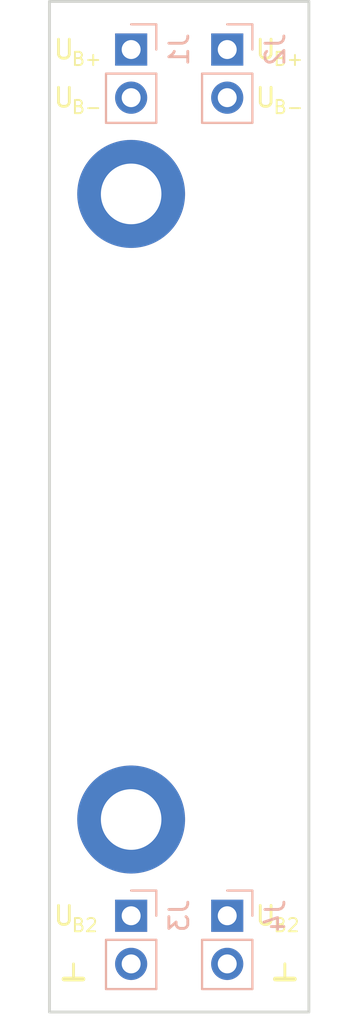
<source format=kicad_pcb>
(kicad_pcb (version 20171130) (host pcbnew "(5.1.0)-1")

  (general
    (thickness 1.6)
    (drawings 4)
    (tracks 0)
    (zones 0)
    (modules 14)
    (nets 5)
  )

  (page A4)
  (layers
    (0 F.Cu signal)
    (31 B.Cu signal)
    (32 B.Adhes user)
    (33 F.Adhes user)
    (34 B.Paste user)
    (35 F.Paste user)
    (36 B.SilkS user)
    (37 F.SilkS user)
    (38 B.Mask user)
    (39 F.Mask user)
    (40 Dwgs.User user)
    (41 Cmts.User user)
    (42 Eco1.User user)
    (43 Eco2.User user)
    (44 Edge.Cuts user)
    (45 Margin user)
    (46 B.CrtYd user)
    (47 F.CrtYd user)
    (48 B.Fab user)
    (49 F.Fab user)
  )

  (setup
    (last_trace_width 0.25)
    (trace_clearance 0.2)
    (zone_clearance 0.508)
    (zone_45_only no)
    (trace_min 0.2)
    (via_size 0.8)
    (via_drill 0.4)
    (via_min_size 0.4)
    (via_min_drill 0.3)
    (uvia_size 0.3)
    (uvia_drill 0.1)
    (uvias_allowed no)
    (uvia_min_size 0.2)
    (uvia_min_drill 0.1)
    (edge_width 0.15)
    (segment_width 0.2)
    (pcb_text_width 0.3)
    (pcb_text_size 1.5 1.5)
    (mod_edge_width 0.15)
    (mod_text_size 1 1)
    (mod_text_width 0.15)
    (pad_size 1.524 1.524)
    (pad_drill 0.762)
    (pad_to_mask_clearance 0.051)
    (solder_mask_min_width 0.25)
    (aux_axis_origin 0 0)
    (visible_elements 7FFFFFFF)
    (pcbplotparams
      (layerselection 0x010fc_ffffffff)
      (usegerberextensions false)
      (usegerberattributes false)
      (usegerberadvancedattributes false)
      (creategerberjobfile false)
      (excludeedgelayer true)
      (linewidth 0.100000)
      (plotframeref false)
      (viasonmask false)
      (mode 1)
      (useauxorigin false)
      (hpglpennumber 1)
      (hpglpenspeed 20)
      (hpglpendiameter 15.000000)
      (psnegative false)
      (psa4output false)
      (plotreference true)
      (plotvalue true)
      (plotinvisibletext false)
      (padsonsilk false)
      (subtractmaskfromsilk false)
      (outputformat 1)
      (mirror false)
      (drillshape 1)
      (scaleselection 1)
      (outputdirectory ""))
  )

  (net 0 "")
  (net 1 -15V)
  (net 2 +15V)
  (net 3 GND)
  (net 4 +5V)

  (net_class Default "Dies ist die voreingestellte Netzklasse."
    (clearance 0.2)
    (trace_width 0.25)
    (via_dia 0.8)
    (via_drill 0.4)
    (uvia_dia 0.3)
    (uvia_drill 0.1)
    (add_net +15V)
    (add_net +5V)
    (add_net -15V)
    (add_net GND)
  )

  (module Connector_PinHeader_2.54mm:PinHeader_1x02_P2.54mm_Vertical locked (layer B.Cu) (tedit 5C754175) (tstamp 5C8155FE)
    (at 78.74 91.44 180)
    (descr "Through hole straight pin header, 1x02, 2.54mm pitch, single row")
    (tags "Through hole pin header THT 1x02 2.54mm single row")
    (path /5C753BE3)
    (fp_text reference J1 (at -2.54 0 270) (layer B.SilkS)
      (effects (font (size 1 1) (thickness 0.15)) (justify mirror))
    )
    (fp_text value Conn_01x02_Male (at 0 -4.87 180) (layer B.Fab)
      (effects (font (size 1 1) (thickness 0.15)) (justify mirror))
    )
    (fp_text user %R (at 0 -1.27 90) (layer B.Fab)
      (effects (font (size 1 1) (thickness 0.15)) (justify mirror))
    )
    (fp_line (start 1.8 1.8) (end -1.8 1.8) (layer B.CrtYd) (width 0.05))
    (fp_line (start 1.8 -4.35) (end 1.8 1.8) (layer B.CrtYd) (width 0.05))
    (fp_line (start -1.8 -4.35) (end 1.8 -4.35) (layer B.CrtYd) (width 0.05))
    (fp_line (start -1.8 1.8) (end -1.8 -4.35) (layer B.CrtYd) (width 0.05))
    (fp_line (start -1.33 1.33) (end 0 1.33) (layer B.SilkS) (width 0.12))
    (fp_line (start -1.33 0) (end -1.33 1.33) (layer B.SilkS) (width 0.12))
    (fp_line (start -1.33 -1.27) (end 1.33 -1.27) (layer B.SilkS) (width 0.12))
    (fp_line (start 1.33 -1.27) (end 1.33 -3.87) (layer B.SilkS) (width 0.12))
    (fp_line (start -1.33 -1.27) (end -1.33 -3.87) (layer B.SilkS) (width 0.12))
    (fp_line (start -1.33 -3.87) (end 1.33 -3.87) (layer B.SilkS) (width 0.12))
    (fp_line (start -1.27 0.635) (end -0.635 1.27) (layer B.Fab) (width 0.1))
    (fp_line (start -1.27 -3.81) (end -1.27 0.635) (layer B.Fab) (width 0.1))
    (fp_line (start 1.27 -3.81) (end -1.27 -3.81) (layer B.Fab) (width 0.1))
    (fp_line (start 1.27 1.27) (end 1.27 -3.81) (layer B.Fab) (width 0.1))
    (fp_line (start -0.635 1.27) (end 1.27 1.27) (layer B.Fab) (width 0.1))
    (pad 2 thru_hole oval (at 0 -2.54 180) (size 1.7 1.7) (drill 1) (layers *.Cu *.Mask)
      (net 1 -15V))
    (pad 1 thru_hole rect (at 0 0 180) (size 1.7 1.7) (drill 1) (layers *.Cu *.Mask)
      (net 2 +15V))
    (model ${KISYS3DMOD}/Connector_PinHeader_2.54mm.3dshapes/PinHeader_1x02_P2.54mm_Vertical.wrl
      (at (xyz 0 0 0))
      (scale (xyz 1 1 1))
      (rotate (xyz 0 0 0))
    )
  )

  (module Connector_PinHeader_2.54mm:PinHeader_1x02_P2.54mm_Vertical locked (layer B.Cu) (tedit 59FED5CC) (tstamp 5C81530B)
    (at 83.82 91.44 180)
    (descr "Through hole straight pin header, 1x02, 2.54mm pitch, single row")
    (tags "Through hole pin header THT 1x02 2.54mm single row")
    (path /5C753A3D)
    (fp_text reference J2 (at -2.54 0 270) (layer B.SilkS)
      (effects (font (size 1 1) (thickness 0.15)) (justify mirror))
    )
    (fp_text value Conn_01x02_Male (at 0 -4.87 180) (layer B.Fab)
      (effects (font (size 1 1) (thickness 0.15)) (justify mirror))
    )
    (fp_line (start -0.635 1.27) (end 1.27 1.27) (layer B.Fab) (width 0.1))
    (fp_line (start 1.27 1.27) (end 1.27 -3.81) (layer B.Fab) (width 0.1))
    (fp_line (start 1.27 -3.81) (end -1.27 -3.81) (layer B.Fab) (width 0.1))
    (fp_line (start -1.27 -3.81) (end -1.27 0.635) (layer B.Fab) (width 0.1))
    (fp_line (start -1.27 0.635) (end -0.635 1.27) (layer B.Fab) (width 0.1))
    (fp_line (start -1.33 -3.87) (end 1.33 -3.87) (layer B.SilkS) (width 0.12))
    (fp_line (start -1.33 -1.27) (end -1.33 -3.87) (layer B.SilkS) (width 0.12))
    (fp_line (start 1.33 -1.27) (end 1.33 -3.87) (layer B.SilkS) (width 0.12))
    (fp_line (start -1.33 -1.27) (end 1.33 -1.27) (layer B.SilkS) (width 0.12))
    (fp_line (start -1.33 0) (end -1.33 1.33) (layer B.SilkS) (width 0.12))
    (fp_line (start -1.33 1.33) (end 0 1.33) (layer B.SilkS) (width 0.12))
    (fp_line (start -1.8 1.8) (end -1.8 -4.35) (layer B.CrtYd) (width 0.05))
    (fp_line (start -1.8 -4.35) (end 1.8 -4.35) (layer B.CrtYd) (width 0.05))
    (fp_line (start 1.8 -4.35) (end 1.8 1.8) (layer B.CrtYd) (width 0.05))
    (fp_line (start 1.8 1.8) (end -1.8 1.8) (layer B.CrtYd) (width 0.05))
    (fp_text user %R (at 0 -1.27 90) (layer B.Fab)
      (effects (font (size 1 1) (thickness 0.15)) (justify mirror))
    )
    (pad 1 thru_hole rect (at 0 0 180) (size 1.7 1.7) (drill 1) (layers *.Cu *.Mask)
      (net 2 +15V))
    (pad 2 thru_hole oval (at 0 -2.54 180) (size 1.7 1.7) (drill 1) (layers *.Cu *.Mask)
      (net 1 -15V))
    (model ${KISYS3DMOD}/Connector_PinHeader_2.54mm.3dshapes/PinHeader_1x02_P2.54mm_Vertical.wrl
      (at (xyz 0 0 0))
      (scale (xyz 1 1 1))
      (rotate (xyz 0 0 0))
    )
  )

  (module Connector_PinHeader_2.54mm:PinHeader_1x02_P2.54mm_Vertical locked (layer B.Cu) (tedit 59FED5CC) (tstamp 5C8157B0)
    (at 78.74 137.16 180)
    (descr "Through hole straight pin header, 1x02, 2.54mm pitch, single row")
    (tags "Through hole pin header THT 1x02 2.54mm single row")
    (path /5C753C9E)
    (fp_text reference J3 (at -2.54 0 270) (layer B.SilkS)
      (effects (font (size 1 1) (thickness 0.15)) (justify mirror))
    )
    (fp_text value Conn_01x02_Male (at 0 -4.87 180) (layer B.Fab)
      (effects (font (size 1 1) (thickness 0.15)) (justify mirror))
    )
    (fp_text user %R (at 0 -1.27 90) (layer B.Fab)
      (effects (font (size 1 1) (thickness 0.15)) (justify mirror))
    )
    (fp_line (start 1.8 1.8) (end -1.8 1.8) (layer B.CrtYd) (width 0.05))
    (fp_line (start 1.8 -4.35) (end 1.8 1.8) (layer B.CrtYd) (width 0.05))
    (fp_line (start -1.8 -4.35) (end 1.8 -4.35) (layer B.CrtYd) (width 0.05))
    (fp_line (start -1.8 1.8) (end -1.8 -4.35) (layer B.CrtYd) (width 0.05))
    (fp_line (start -1.33 1.33) (end 0 1.33) (layer B.SilkS) (width 0.12))
    (fp_line (start -1.33 0) (end -1.33 1.33) (layer B.SilkS) (width 0.12))
    (fp_line (start -1.33 -1.27) (end 1.33 -1.27) (layer B.SilkS) (width 0.12))
    (fp_line (start 1.33 -1.27) (end 1.33 -3.87) (layer B.SilkS) (width 0.12))
    (fp_line (start -1.33 -1.27) (end -1.33 -3.87) (layer B.SilkS) (width 0.12))
    (fp_line (start -1.33 -3.87) (end 1.33 -3.87) (layer B.SilkS) (width 0.12))
    (fp_line (start -1.27 0.635) (end -0.635 1.27) (layer B.Fab) (width 0.1))
    (fp_line (start -1.27 -3.81) (end -1.27 0.635) (layer B.Fab) (width 0.1))
    (fp_line (start 1.27 -3.81) (end -1.27 -3.81) (layer B.Fab) (width 0.1))
    (fp_line (start 1.27 1.27) (end 1.27 -3.81) (layer B.Fab) (width 0.1))
    (fp_line (start -0.635 1.27) (end 1.27 1.27) (layer B.Fab) (width 0.1))
    (pad 2 thru_hole oval (at 0 -2.54 180) (size 1.7 1.7) (drill 1) (layers *.Cu *.Mask)
      (net 3 GND))
    (pad 1 thru_hole rect (at 0 0 180) (size 1.7 1.7) (drill 1) (layers *.Cu *.Mask)
      (net 4 +5V))
    (model ${KISYS3DMOD}/Connector_PinHeader_2.54mm.3dshapes/PinHeader_1x02_P2.54mm_Vertical.wrl
      (at (xyz 0 0 0))
      (scale (xyz 1 1 1))
      (rotate (xyz 0 0 0))
    )
  )

  (module Connector_PinHeader_2.54mm:PinHeader_1x02_P2.54mm_Vertical locked (layer B.Cu) (tedit 59FED5CC) (tstamp 5C815337)
    (at 83.82 137.16 180)
    (descr "Through hole straight pin header, 1x02, 2.54mm pitch, single row")
    (tags "Through hole pin header THT 1x02 2.54mm single row")
    (path /5C753D1D)
    (fp_text reference J4 (at -2.54 0 270) (layer B.SilkS)
      (effects (font (size 1 1) (thickness 0.15)) (justify mirror))
    )
    (fp_text value Conn_01x02_Male (at 0 -4.87 180) (layer B.Fab)
      (effects (font (size 1 1) (thickness 0.15)) (justify mirror))
    )
    (fp_line (start -0.635 1.27) (end 1.27 1.27) (layer B.Fab) (width 0.1))
    (fp_line (start 1.27 1.27) (end 1.27 -3.81) (layer B.Fab) (width 0.1))
    (fp_line (start 1.27 -3.81) (end -1.27 -3.81) (layer B.Fab) (width 0.1))
    (fp_line (start -1.27 -3.81) (end -1.27 0.635) (layer B.Fab) (width 0.1))
    (fp_line (start -1.27 0.635) (end -0.635 1.27) (layer B.Fab) (width 0.1))
    (fp_line (start -1.33 -3.87) (end 1.33 -3.87) (layer B.SilkS) (width 0.12))
    (fp_line (start -1.33 -1.27) (end -1.33 -3.87) (layer B.SilkS) (width 0.12))
    (fp_line (start 1.33 -1.27) (end 1.33 -3.87) (layer B.SilkS) (width 0.12))
    (fp_line (start -1.33 -1.27) (end 1.33 -1.27) (layer B.SilkS) (width 0.12))
    (fp_line (start -1.33 0) (end -1.33 1.33) (layer B.SilkS) (width 0.12))
    (fp_line (start -1.33 1.33) (end 0 1.33) (layer B.SilkS) (width 0.12))
    (fp_line (start -1.8 1.8) (end -1.8 -4.35) (layer B.CrtYd) (width 0.05))
    (fp_line (start -1.8 -4.35) (end 1.8 -4.35) (layer B.CrtYd) (width 0.05))
    (fp_line (start 1.8 -4.35) (end 1.8 1.8) (layer B.CrtYd) (width 0.05))
    (fp_line (start 1.8 1.8) (end -1.8 1.8) (layer B.CrtYd) (width 0.05))
    (fp_text user %R (at 0 -1.27 90) (layer B.Fab)
      (effects (font (size 1 1) (thickness 0.15)) (justify mirror))
    )
    (pad 1 thru_hole rect (at 0 0 180) (size 1.7 1.7) (drill 1) (layers *.Cu *.Mask)
      (net 4 +5V))
    (pad 2 thru_hole oval (at 0 -2.54 180) (size 1.7 1.7) (drill 1) (layers *.Cu *.Mask)
      (net 3 GND))
    (model ${KISYS3DMOD}/Connector_PinHeader_2.54mm.3dshapes/PinHeader_1x02_P2.54mm_Vertical.wrl
      (at (xyz 0 0 0))
      (scale (xyz 1 1 1))
      (rotate (xyz 0 0 0))
    )
  )

  (module Symbol-emt:Text_U_B+_Silkscreen (layer F.Cu) (tedit 5CA4D6E4) (tstamp 5CC7634E)
    (at 75.184 91.44)
    (descr "Voltage Label Betriebsspannung")
    (tags "Voltage Label Betriebsspannung")
    (path /5CC7235B)
    (attr virtual)
    (fp_text reference H1 (at 0 1.65) (layer F.SilkS) hide
      (effects (font (size 1 1) (thickness 0.15)))
    )
    (fp_text value Silkscreen_Label (at 0 -1.5) (layer F.Fab) hide
      (effects (font (size 1 1) (thickness 0.15)))
    )
    (fp_text user B+ (at 1.2 0.5) (layer F.SilkS)
      (effects (font (size 0.7 0.7) (thickness 0.1)))
    )
    (fp_text user U (at 0 0) (layer F.SilkS)
      (effects (font (size 1 1) (thickness 0.15)))
    )
  )

  (module Symbol-emt:Text_U_B+_Silkscreen (layer F.Cu) (tedit 5CA4D6E4) (tstamp 5CC76354)
    (at 85.852 91.44)
    (descr "Voltage Label Betriebsspannung")
    (tags "Voltage Label Betriebsspannung")
    (path /5CC72351)
    (attr virtual)
    (fp_text reference H2 (at 0 1.65) (layer F.SilkS) hide
      (effects (font (size 1 1) (thickness 0.15)))
    )
    (fp_text value Silkscreen_Label (at 0 -1.5) (layer F.Fab) hide
      (effects (font (size 1 1) (thickness 0.15)))
    )
    (fp_text user U (at 0 0) (layer F.SilkS)
      (effects (font (size 1 1) (thickness 0.15)))
    )
    (fp_text user B+ (at 1.2 0.5) (layer F.SilkS)
      (effects (font (size 0.7 0.7) (thickness 0.1)))
    )
  )

  (module Symbol-emt:Text_U_B-_Silkscreen (layer F.Cu) (tedit 5CA4D70B) (tstamp 5CC7635A)
    (at 75.184 93.98)
    (descr "Voltage Label Betriebsspannung")
    (tags "Voltage Label Betriebsspannung")
    (path /5CC71DFD)
    (attr virtual)
    (fp_text reference H3 (at 0 1.65) (layer F.SilkS) hide
      (effects (font (size 1 1) (thickness 0.15)))
    )
    (fp_text value Silkscreen_Label (at 0 -1.5) (layer F.Fab) hide
      (effects (font (size 1 1) (thickness 0.15)))
    )
    (fp_text user B- (at 1.2 0.5) (layer F.SilkS)
      (effects (font (size 0.7 0.7) (thickness 0.1)))
    )
    (fp_text user U (at 0 0) (layer F.SilkS)
      (effects (font (size 1 1) (thickness 0.15)))
    )
  )

  (module Symbol-emt:Text_U_B-_Silkscreen (layer F.Cu) (tedit 5CA4D70B) (tstamp 5CC76360)
    (at 85.852 93.98)
    (descr "Voltage Label Betriebsspannung")
    (tags "Voltage Label Betriebsspannung")
    (path /5CC7157C)
    (attr virtual)
    (fp_text reference H4 (at 0 1.65) (layer F.SilkS) hide
      (effects (font (size 1 1) (thickness 0.15)))
    )
    (fp_text value Silkscreen_Label (at 0 -1.5) (layer F.Fab) hide
      (effects (font (size 1 1) (thickness 0.15)))
    )
    (fp_text user U (at 0 0) (layer F.SilkS)
      (effects (font (size 1 1) (thickness 0.15)))
    )
    (fp_text user B- (at 1.2 0.5) (layer F.SilkS)
      (effects (font (size 0.7 0.7) (thickness 0.1)))
    )
  )

  (module Symbol-emt:Text_U_B2_Silkscreen (layer F.Cu) (tedit 5CA4D7AD) (tstamp 5CC76366)
    (at 75.184 137.16)
    (descr "Voltage Label Betriebsspannung")
    (tags "Voltage Label Betriebsspannung")
    (path /5CC72AB3)
    (attr virtual)
    (fp_text reference H5 (at 0 1.65) (layer F.SilkS) hide
      (effects (font (size 1 1) (thickness 0.15)))
    )
    (fp_text value Silkscreen_Label (at 0 -1.5) (layer F.Fab) hide
      (effects (font (size 1 1) (thickness 0.15)))
    )
    (fp_text user B2 (at 1.1 0.5) (layer F.SilkS)
      (effects (font (size 0.7 0.7) (thickness 0.1)))
    )
    (fp_text user U (at 0 0) (layer F.SilkS)
      (effects (font (size 1 1) (thickness 0.15)))
    )
  )

  (module Symbol-emt:Text_U_B2_Silkscreen (layer F.Cu) (tedit 5CA4D7AD) (tstamp 5CC7636C)
    (at 85.852 137.16)
    (descr "Voltage Label Betriebsspannung")
    (tags "Voltage Label Betriebsspannung")
    (path /5CC72AA9)
    (attr virtual)
    (fp_text reference H6 (at 0 1.65) (layer F.SilkS) hide
      (effects (font (size 1 1) (thickness 0.15)))
    )
    (fp_text value Silkscreen_Label (at 0 -1.5) (layer F.Fab) hide
      (effects (font (size 1 1) (thickness 0.15)))
    )
    (fp_text user U (at 0 0) (layer F.SilkS)
      (effects (font (size 1 1) (thickness 0.15)))
    )
    (fp_text user B2 (at 1.1 0.5) (layer F.SilkS)
      (effects (font (size 0.7 0.7) (thickness 0.1)))
    )
  )

  (module Symbol-emt:Symbol_GND_Silkscreen (layer F.Cu) (tedit 5CA5EB6D) (tstamp 5CC763EA)
    (at 75.692 139.7)
    (descr "Symbol GND")
    (tags "Symbol GND")
    (path /5CC72A9F)
    (attr virtual)
    (fp_text reference H7 (at 0 1.6) (layer F.SilkS) hide
      (effects (font (size 1 1) (thickness 0.15)))
    )
    (fp_text value Silkscreen_Label (at 0 -0.75) (layer F.Fab) hide
      (effects (font (size 1 1) (thickness 0.15)))
    )
    (fp_line (start 0 0.8) (end 0 0) (layer F.SilkS) (width 0.15))
    (fp_line (start -0.5 0.8) (end 0.5 0.8) (layer F.SilkS) (width 0.25))
  )

  (module Symbol-emt:Symbol_GND_Silkscreen (layer F.Cu) (tedit 5CA5EB6D) (tstamp 5CC76378)
    (at 86.868 139.7)
    (descr "Symbol GND")
    (tags "Symbol GND")
    (path /5CC72A95)
    (attr virtual)
    (fp_text reference H8 (at 0 1.6) (layer F.SilkS) hide
      (effects (font (size 1 1) (thickness 0.15)))
    )
    (fp_text value Silkscreen_Label (at 0 -0.75) (layer F.Fab) hide
      (effects (font (size 1 1) (thickness 0.15)))
    )
    (fp_line (start -0.5 0.8) (end 0.5 0.8) (layer F.SilkS) (width 0.25))
    (fp_line (start 0 0.8) (end 0 0) (layer F.SilkS) (width 0.15))
  )

  (module MountingHole:MountingHole_3.2mm_M3_ISO7380_Pad locked (layer F.Cu) (tedit 56D1B4CB) (tstamp 5CC765DA)
    (at 78.74 99.06)
    (descr "Mounting Hole 3.2mm, M3, ISO7380")
    (tags "mounting hole 3.2mm m3 iso7380")
    (path /5CC76CE8)
    (attr virtual)
    (fp_text reference H9 (at 0 -3.85) (layer F.SilkS) hide
      (effects (font (size 1 1) (thickness 0.15)))
    )
    (fp_text value MountingHole_Pad (at 0 3.85) (layer F.Fab)
      (effects (font (size 1 1) (thickness 0.15)))
    )
    (fp_circle (center 0 0) (end 3.1 0) (layer F.CrtYd) (width 0.05))
    (fp_circle (center 0 0) (end 2.85 0) (layer Cmts.User) (width 0.15))
    (fp_text user %R (at 0.3 0) (layer F.Fab)
      (effects (font (size 1 1) (thickness 0.15)))
    )
    (pad 1 thru_hole circle (at 0 0) (size 5.7 5.7) (drill 3.2) (layers *.Cu *.Mask)
      (net 3 GND))
  )

  (module MountingHole:MountingHole_3.2mm_M3_ISO7380_Pad locked (layer F.Cu) (tedit 56D1B4CB) (tstamp 5CC765E2)
    (at 78.74 132.08)
    (descr "Mounting Hole 3.2mm, M3, ISO7380")
    (tags "mounting hole 3.2mm m3 iso7380")
    (path /5CC75B4F)
    (attr virtual)
    (fp_text reference H10 (at 0 -3.85) (layer F.SilkS) hide
      (effects (font (size 1 1) (thickness 0.15)))
    )
    (fp_text value MountingHole_Pad (at 0 3.85) (layer F.Fab)
      (effects (font (size 1 1) (thickness 0.15)))
    )
    (fp_text user %R (at 0.3 0) (layer F.Fab)
      (effects (font (size 1 1) (thickness 0.15)))
    )
    (fp_circle (center 0 0) (end 2.85 0) (layer Cmts.User) (width 0.15))
    (fp_circle (center 0 0) (end 3.1 0) (layer F.CrtYd) (width 0.05))
    (pad 1 thru_hole circle (at 0 0) (size 5.7 5.7) (drill 3.2) (layers *.Cu *.Mask)
      (net 3 GND))
  )

  (gr_line (start 88.138 88.9) (end 88.138 142.24) (layer Edge.Cuts) (width 0.15) (tstamp 5C815404))
  (gr_line (start 74.422 142.24) (end 88.138 142.24) (layer Edge.Cuts) (width 0.15) (tstamp 5C815401))
  (gr_line (start 74.422 88.9) (end 88.138 88.9) (layer Edge.Cuts) (width 0.15))
  (gr_line (start 74.422 88.9) (end 74.422 142.24) (layer Edge.Cuts) (width 0.15))

)

</source>
